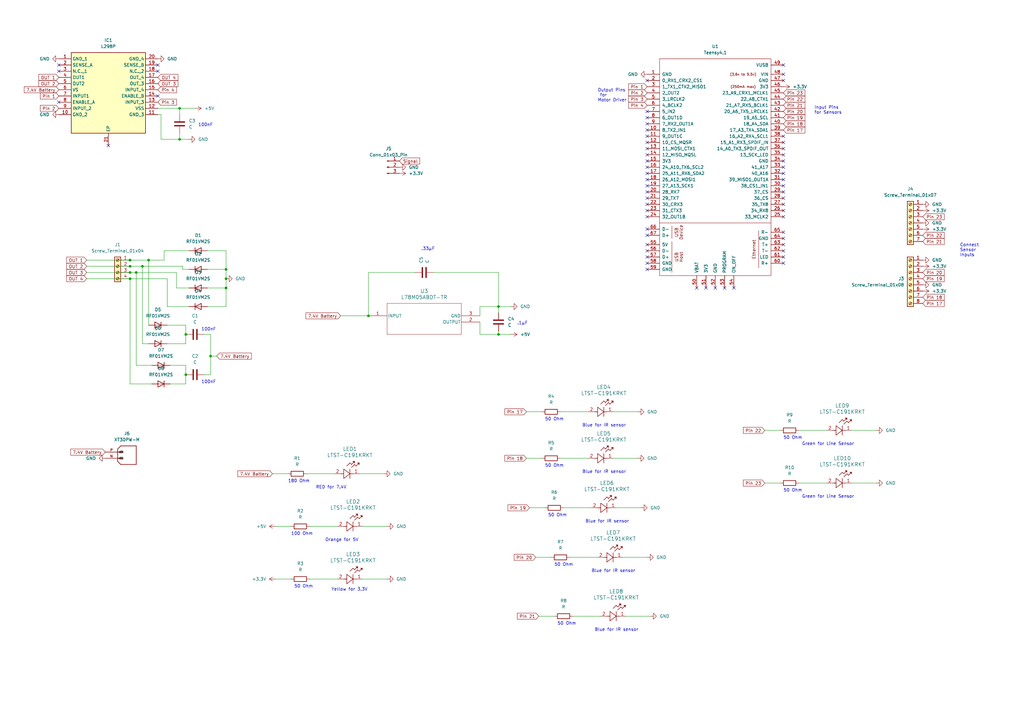
<source format=kicad_sch>
(kicad_sch (version 20230121) (generator eeschema)
  (paper "A3")
  (lib_symbols
    (symbol "Connector:Conn_01x03_Pin" (pin_names (offset 1.016) hide)
      (property "Reference" "J" (at 0 5.08 0))
      (property "Value" "Conn_01x03_Pin" (at 0 -5.08 0))
      (symbol "Conn_01x03_Pin_1_1"
        (pin passive line (at 5.08 2.54 180) (length 3.81) (name "Pin_1") (number "1"))
        (pin passive line (at 5.08 0 180) (length 3.81) (name "Pin_2") (number "2"))
        (pin passive line (at 5.08 -2.54 180) (length 3.81) (name "Pin_3") (number "3"))
      )
    )
    (symbol "Connector:Screw_Terminal_01x04" (pin_names (offset 1.016) hide)
      (property "Reference" "J" (at 0 5.08 0))
      (property "Value" "Screw_Terminal_01x04" (at 0 -7.62 0))
      (symbol "Screw_Terminal_01x04_1_1"
        (pin passive line (at -5.08 2.54 0) (length 3.81) (name "Pin_1") (number "1"))
        (pin passive line (at -5.08 0 0) (length 3.81) (name "Pin_2") (number "2"))
        (pin passive line (at -5.08 -2.54 0) (length 3.81) (name "Pin_3") (number "3"))
        (pin passive line (at -5.08 -5.08 0) (length 3.81) (name "Pin_4") (number "4"))
      )
    )
    (symbol "Connector:Screw_Terminal_01x07" (pin_names (offset 1.016) hide)
      (property "Reference" "J" (at 0 10.16 0))
      (property "Value" "Screw_Terminal_01x07" (at 0 -10.16 0))
      (symbol "Screw_Terminal_01x07_1_1"
        (pin passive line (at -5.08 7.62 0) (length 3.81) (name "Pin_1") (number "1"))
        (pin passive line (at -5.08 5.08 0) (length 3.81) (name "Pin_2") (number "2"))
        (pin passive line (at -5.08 2.54 0) (length 3.81) (name "Pin_3") (number "3"))
        (pin passive line (at -5.08 0 0) (length 3.81) (name "Pin_4") (number "4"))
        (pin passive line (at -5.08 -2.54 0) (length 3.81) (name "Pin_5") (number "5"))
        (pin passive line (at -5.08 -5.08 0) (length 3.81) (name "Pin_6") (number "6"))
        (pin passive line (at -5.08 -7.62 0) (length 3.81) (name "Pin_7") (number "7"))
      )
    )
    (symbol "Connector:Screw_Terminal_01x08" (pin_names (offset 1.016) hide)
      (property "Reference" "J" (at 0 10.16 0))
      (property "Value" "Screw_Terminal_01x08" (at 0 -12.7 0))
      (symbol "Screw_Terminal_01x08_1_1"
        (pin passive line (at -5.08 7.62 0) (length 3.81) (name "Pin_1") (number "1"))
        (pin passive line (at -5.08 5.08 0) (length 3.81) (name "Pin_2") (number "2"))
        (pin passive line (at -5.08 2.54 0) (length 3.81) (name "Pin_3") (number "3"))
        (pin passive line (at -5.08 0 0) (length 3.81) (name "Pin_4") (number "4"))
        (pin passive line (at -5.08 -2.54 0) (length 3.81) (name "Pin_5") (number "5"))
        (pin passive line (at -5.08 -5.08 0) (length 3.81) (name "Pin_6") (number "6"))
        (pin passive line (at -5.08 -7.62 0) (length 3.81) (name "Pin_7") (number "7"))
        (pin passive line (at -5.08 -10.16 0) (length 3.81) (name "Pin_8") (number "8"))
      )
    )
    (symbol "Device:C" (pin_numbers hide) (pin_names (offset 0.254))
      (property "Reference" "C" (at 0.635 2.54 0))
      (property "Value" "C" (at 0.635 -2.54 0))
      (symbol "C_1_1"
        (pin passive line (at 0 3.81 270) (length 2.794) (name "~") (number "1"))
        (pin passive line (at 0 -3.81 90) (length 2.794) (name "~") (number "2"))
      )
    )
    (symbol "Device:R" (pin_numbers hide) (pin_names (offset 0))
      (property "Reference" "R" (at 2.032 0 90))
      (property "Value" "R" (at 0 0 90))
      (symbol "R_1_1"
        (pin passive line (at 0 3.81 270) (length 1.27) (name "~") (number "1"))
        (pin passive line (at 0 -3.81 90) (length 1.27) (name "~") (number "2"))
      )
    )
    (symbol "Diode:RF01VM2S" (pin_numbers hide) (pin_names hide)
      (property "Reference" "D" (at 0 2.54 0))
      (property "Value" "RF01VM2S" (at 0 -2.54 0))
      (symbol "RF01VM2S_1_1"
        (pin passive line (at -3.81 0 0) (length 2.54) (name "K") (number "1"))
        (pin passive line (at 3.81 0 180) (length 2.54) (name "A") (number "2"))
      )
    )
    (symbol "L298P:L298P"
      (property "Reference" "IC" (at 36.83 7.62 0))
      (property "Value" "L298P" (at 36.83 5.08 0))
      (symbol "L298P_1_1"
        (pin passive line (at 0 0 0) (length 5.08) (name "GND_1") (number "1"))
        (pin passive line (at 0 -22.86 0) (length 5.08) (name "GND_2") (number "10"))
        (pin passive line (at 40.64 -22.86 180) (length 5.08) (name "GND_3") (number "11"))
        (pin passive line (at 40.64 -20.32 180) (length 5.08) (name "VSS") (number "12"))
        (pin passive line (at 40.64 -17.78 180) (length 5.08) (name "INPUT_3") (number "13"))
        (pin passive line (at 40.64 -15.24 180) (length 5.08) (name "ENABLE_B") (number "14"))
        (pin passive line (at 40.64 -12.7 180) (length 5.08) (name "INPUT_4") (number "15"))
        (pin passive line (at 40.64 -10.16 180) (length 5.08) (name "OUT_3") (number "16"))
        (pin passive line (at 40.64 -7.62 180) (length 5.08) (name "OUT_4") (number "17"))
        (pin passive line (at 40.64 -5.08 180) (length 5.08) (name "N.C._2") (number "18"))
        (pin passive line (at 40.64 -2.54 180) (length 5.08) (name "SENSE_B") (number "19"))
        (pin passive line (at 0 -2.54 0) (length 5.08) (name "SENSE_A") (number "2"))
        (pin passive line (at 40.64 0 180) (length 5.08) (name "GND_4") (number "20"))
        (pin passive line (at 20.32 -35.56 90) (length 5.08) (name "EP") (number "21"))
        (pin passive line (at 0 -5.08 0) (length 5.08) (name "N.C._1") (number "3"))
        (pin passive line (at 0 -7.62 0) (length 5.08) (name "OUT1") (number "4"))
        (pin passive line (at 0 -10.16 0) (length 5.08) (name "OUT2") (number "5"))
        (pin passive line (at 0 -12.7 0) (length 5.08) (name "VS") (number "6"))
        (pin passive line (at 0 -15.24 0) (length 5.08) (name "INPUT1") (number "7"))
        (pin passive line (at 0 -17.78 0) (length 5.08) (name "ENABLE_A") (number "8"))
        (pin passive line (at 0 -20.32 0) (length 5.08) (name "INPUT_2") (number "9"))
      )
    )
    (symbol "L78M05ABDT-TR:L78M05ABDT-TR" (pin_names (offset 0.254))
      (property "Reference" "U3" (at 22.86 10.16 0))
      (property "Value" "L78M05ABDT-TR" (at 22.86 7.62 0))
      (symbol "L78M05ABDT-TR_0_1"
        (pin input line (at 0 0 0) (length 7.62) (name "INPUT") (number "1"))
        (pin power_out line (at 45.72 0 180) (length 7.62) (name "GND") (number "3"))
      )
      (symbol "L78M05ABDT-TR_1_1"
        (pin power_out line (at 45.72 -2.54 180) (length 7.62) (name "OUTPUT") (number "2"))
      )
    )
    (symbol "LED--:LTST-C191KRKT" (pin_names (offset 0.254))
      (property "Reference" "LED" (at 5.08 -4.445 0))
      (property "Value" "LTST-C191KRKT" (at 5.08 -7.62 0))
      (symbol "LTST-C191KRKT_1_1"
        (pin unspecified line (at 10.16 0 180) (length 2.54) (name "") (number "1"))
        (pin unspecified line (at 0 0 0) (length 2.54) (name "") (number "2"))
      )
      (symbol "LTST-C191KRKT_1_2"
        (pin unspecified line (at 0 10.16 270) (length 2.54) (name "") (number "1"))
        (pin unspecified line (at 0 0 90) (length 2.54) (name "") (number "2"))
      )
    )
    (symbol "XT30PW-M:XT30PW-M" (pin_names (offset 1.016))
      (property "Reference" "J6" (at -3.81 7.62 0))
      (property "Value" "XT30PW-M" (at -3.81 5.08 0))
      (symbol "XT30PW-M_1_0"
        (pin power_out line (at 5.08 -2.54 180) (length 5.08) (name "N") (number "N"))
        (pin power_out line (at 5.08 0 180) (length 5.08) (name "P") (number "P"))
      )
    )
    (symbol "power:+3.3V" (power) (pin_names (offset 0))
      (property "Value" "+3.3V" (at 0 3.556 0))
      (symbol "+3.3V_1_1"
        (pin power_in line (at 0 0 90) (length 0) hide (name "+3.3V") (number "1"))
      )
    )
    (symbol "power:+5V" (power) (pin_names (offset 0))
      (property "Value" "+5V" (at 0 3.556 0))
      (symbol "+5V_1_1"
        (pin power_in line (at 0 0 90) (length 0) hide (name "+5V") (number "1"))
      )
    )
    (symbol "power:GND" (power) (pin_names (offset 0))
      (property "Value" "GND" (at 0 -3.81 0))
      (symbol "GND_1_1"
        (pin power_in line (at 0 0 270) (length 0) hide (name "GND") (number "1"))
      )
    )
    (symbol "teensy:Teensy4.1" (pin_names (offset 1.016))
      (property "Reference" "U" (at 0 64.77 0))
      (property "Value" "Teensy4.1" (at 0 62.23 0))
      (symbol "Teensy4.1_0_0"
        (text "(250mA max)" (at 11.43 49.53 0) (effects (font (size 1.016 1.016))))
        (text "(3.6v to 5.5v)" (at 11.43 54.61 0) (effects (font (size 1.016 1.016))))
        (text "Device" (at -13.97 -10.16 900) (effects (font (size 1.27 1.27))))
        (text "Ethernet" (at 15.875 -17.145 900) (effects (font (size 1.27 1.27))))
        (text "Host" (at -13.97 -20.32 900) (effects (font (size 1.27 1.27))))
        (text "USB" (at -15.875 -20.32 900) (effects (font (size 1.27 1.27))))
        (text "USB" (at -15.875 -10.16 900) (effects (font (size 1.27 1.27))))
        (pin bidirectional line (at -27.94 31.75 0) (length 5.08) (name "8_TX2_IN1") (number "10"))
        (pin bidirectional line (at -27.94 29.21 0) (length 5.08) (name "9_OUT1C") (number "11"))
        (pin bidirectional line (at -27.94 26.67 0) (length 5.08) (name "10_CS_MQSR") (number "12"))
        (pin bidirectional line (at -27.94 24.13 0) (length 5.08) (name "11_MOSI_CTX1") (number "13"))
        (pin bidirectional line (at -27.94 21.59 0) (length 5.08) (name "12_MISO_MQSL") (number "14"))
        (pin power_in line (at -27.94 19.05 0) (length 5.08) (name "3V3") (number "15"))
        (pin bidirectional line (at -27.94 16.51 0) (length 5.08) (name "24_A10_TX6_SCL2") (number "16"))
        (pin bidirectional line (at -27.94 13.97 0) (length 5.08) (name "25_A11_RX6_SDA2") (number "17"))
        (pin bidirectional line (at -27.94 11.43 0) (length 5.08) (name "26_A12_MOSI1") (number "18"))
        (pin bidirectional line (at -27.94 8.89 0) (length 5.08) (name "27_A13_SCK1") (number "19"))
        (pin bidirectional line (at -27.94 6.35 0) (length 5.08) (name "28_RX7") (number "20"))
        (pin bidirectional line (at -27.94 3.81 0) (length 5.08) (name "29_TX7") (number "21"))
        (pin bidirectional line (at -27.94 1.27 0) (length 5.08) (name "30_CRX3") (number "22"))
        (pin bidirectional line (at -27.94 -1.27 0) (length 5.08) (name "31_CTX3") (number "23"))
        (pin bidirectional line (at -27.94 -3.81 0) (length 5.08) (name "32_OUT1B") (number "24"))
        (pin bidirectional line (at 27.94 -3.81 180) (length 5.08) (name "33_MCLK2") (number "25"))
        (pin bidirectional line (at 27.94 -1.27 180) (length 5.08) (name "34_RX8") (number "26"))
        (pin bidirectional line (at 27.94 1.27 180) (length 5.08) (name "35_TX8") (number "27"))
        (pin bidirectional line (at 27.94 3.81 180) (length 5.08) (name "36_CS") (number "28"))
        (pin bidirectional line (at 27.94 6.35 180) (length 5.08) (name "37_CS") (number "29"))
        (pin bidirectional line (at 27.94 8.89 180) (length 5.08) (name "38_CS1_IN1") (number "30"))
        (pin bidirectional line (at 27.94 11.43 180) (length 5.08) (name "39_MISO1_OUT1A") (number "31"))
        (pin bidirectional line (at 27.94 13.97 180) (length 5.08) (name "40_A16") (number "32"))
        (pin bidirectional line (at 27.94 16.51 180) (length 5.08) (name "41_A17") (number "33"))
        (pin bidirectional line (at 27.94 21.59 180) (length 5.08) (name "13_SCK_LED") (number "35"))
        (pin bidirectional line (at 27.94 24.13 180) (length 5.08) (name "14_A0_TX3_SPDIF_OUT") (number "36"))
        (pin bidirectional line (at 27.94 26.67 180) (length 5.08) (name "15_A1_RX3_SPDIF_IN") (number "37"))
        (pin bidirectional line (at 27.94 29.21 180) (length 5.08) (name "16_A2_RX4_SCL1") (number "38"))
        (pin bidirectional line (at 27.94 31.75 180) (length 5.08) (name "17_A3_TX4_SDA1") (number "39"))
        (pin bidirectional line (at 27.94 34.29 180) (length 5.08) (name "18_A4_SDA") (number "40"))
        (pin bidirectional line (at 27.94 36.83 180) (length 5.08) (name "19_A5_SCL") (number "41"))
        (pin bidirectional line (at 27.94 39.37 180) (length 5.08) (name "20_A6_TX5_LRCLK1") (number "42"))
        (pin bidirectional line (at 27.94 41.91 180) (length 5.08) (name "21_A7_RX5_BCLK1") (number "43"))
        (pin bidirectional line (at 27.94 44.45 180) (length 5.08) (name "22_A8_CTX1") (number "44"))
        (pin bidirectional line (at 27.94 46.99 180) (length 5.08) (name "23_A9_CRX1_MCLK1") (number "45"))
        (pin output line (at 27.94 49.53 180) (length 5.08) (name "3V3") (number "46"))
        (pin output line (at 27.94 52.07 180) (length 5.08) (name "GND") (number "47"))
        (pin power_in line (at 27.94 54.61 180) (length 5.08) (name "VIN") (number "48"))
        (pin power_out line (at 27.94 58.42 180) (length 5.08) (name "VUSB") (number "49"))
        (pin bidirectional line (at -27.94 44.45 0) (length 5.08) (name "3_LRCLK2") (number "5"))
        (pin power_in line (at -7.62 -33.02 90) (length 5.08) (name "VBAT") (number "50"))
        (pin power_in line (at -3.81 -33.02 90) (length 5.08) (name "3V3") (number "51"))
        (pin input line (at 0 -33.02 90) (length 5.08) (name "GND") (number "52"))
        (pin input line (at 3.81 -33.02 90) (length 5.08) (name "PROGRAM") (number "53"))
        (pin input line (at 7.62 -33.02 90) (length 5.08) (name "ON_OFF") (number "54"))
        (pin power_out line (at -27.94 -15.24 0) (length 5.08) (name "5V") (number "55"))
        (pin bidirectional line (at -27.94 -17.78 0) (length 5.08) (name "D-") (number "56"))
        (pin bidirectional line (at -27.94 -20.32 0) (length 5.08) (name "D+") (number "57"))
        (pin power_in line (at -27.94 -22.86 0) (length 5.08) (name "GND") (number "58"))
        (pin power_in line (at -27.94 -25.4 0) (length 5.08) (name "GND") (number "59"))
        (pin bidirectional line (at -27.94 41.91 0) (length 5.08) (name "4_BCLK2") (number "6"))
        (pin bidirectional line (at 27.94 -22.86 180) (length 5.08) (name "R+") (number "60"))
        (pin bidirectional line (at 27.94 -20.32 180) (length 5.08) (name "LED") (number "61"))
        (pin bidirectional line (at 27.94 -17.78 180) (length 5.08) (name "T-") (number "62"))
        (pin bidirectional line (at 27.94 -15.24 180) (length 5.08) (name "T+") (number "63"))
        (pin power_in line (at 27.94 -12.7 180) (length 5.08) (name "GND") (number "64"))
        (pin bidirectional line (at 27.94 -10.16 180) (length 5.08) (name "R-") (number "65"))
        (pin bidirectional line (at -27.94 -8.89 0) (length 5.08) (name "D-") (number "66"))
        (pin bidirectional line (at -27.94 -11.43 0) (length 5.08) (name "D+") (number "67"))
        (pin bidirectional line (at -27.94 39.37 0) (length 5.08) (name "5_IN2") (number "7"))
        (pin bidirectional line (at -27.94 36.83 0) (length 5.08) (name "6_OUT1D") (number "8"))
        (pin bidirectional line (at -27.94 34.29 0) (length 5.08) (name "7_RX2_OUT1A") (number "9"))
      )
      (symbol "Teensy4.1_1_1"
        (pin power_in line (at -27.94 54.61 0) (length 5.08) (name "GND") (number "1"))
        (pin bidirectional line (at -27.94 52.07 0) (length 5.08) (name "0_RX1_CRX2_CS1") (number "2"))
        (pin bidirectional line (at -27.94 49.53 0) (length 5.08) (name "1_TX1_CTX2_MISO1") (number "3"))
        (pin power_in line (at 27.94 19.05 180) (length 5.08) (name "GND") (number "34"))
        (pin bidirectional line (at -27.94 46.99 0) (length 5.08) (name "2_OUT2") (number "4"))
      )
    )
  )
  (junction (at 92.71 118.11))
  (junction (at 86.36 146.05))
  (junction (at 73.66 57.15))
  (junction (at 92.71 110.49))
  (junction (at 92.71 114.3))
  (junction (at 53.34 109.22))
  (junction (at 58.42 109.22))
  (junction (at 60.96 106.68))
  (junction (at 151.13 129.54))
  (junction (at 76.2 137.16))
  (junction (at 53.34 111.76))
  (junction (at 53.34 114.3))
  (junction (at 76.2 153.67))
  (junction (at 204.47 137.16))
  (junction (at 204.47 125.73))
  (junction (at 73.66 44.45))
  (junction (at 55.88 111.76))
  (junction (at 53.34 106.68))
  (no_connect (at 300.99 118.11))
  (no_connect (at 265.43 76.2))
  (no_connect (at 321.31 66.04))
  (no_connect (at 321.31 73.66))
  (no_connect (at 265.43 63.5))
  (no_connect (at 321.31 88.9))
  (no_connect (at 265.43 86.36))
  (no_connect (at 321.31 81.28))
  (no_connect (at 64.77 26.67))
  (no_connect (at 321.31 71.12))
  (no_connect (at 321.31 60.96))
  (no_connect (at 265.43 48.26))
  (no_connect (at 44.45 59.69))
  (no_connect (at 321.31 55.88))
  (no_connect (at 265.43 88.9))
  (no_connect (at 321.31 63.5))
  (no_connect (at 265.43 66.04))
  (no_connect (at 321.31 102.87))
  (no_connect (at 293.37 118.11))
  (no_connect (at 265.43 78.74))
  (no_connect (at 321.31 26.67))
  (no_connect (at 321.31 83.82))
  (no_connect (at 321.31 100.33))
  (no_connect (at 265.43 45.72))
  (no_connect (at 265.43 102.87))
  (no_connect (at 265.43 93.98))
  (no_connect (at 321.31 30.48))
  (no_connect (at 321.31 76.2))
  (no_connect (at 265.43 100.33))
  (no_connect (at 265.43 107.95))
  (no_connect (at 321.31 95.25))
  (no_connect (at 321.31 86.36))
  (no_connect (at 265.43 50.8))
  (no_connect (at 64.77 39.37))
  (no_connect (at 289.56 118.11))
  (no_connect (at 321.31 78.74))
  (no_connect (at 265.43 110.49))
  (no_connect (at 265.43 68.58))
  (no_connect (at 265.43 58.42))
  (no_connect (at 321.31 68.58))
  (no_connect (at 321.31 105.41))
  (no_connect (at 265.43 81.28))
  (no_connect (at 24.13 41.91))
  (no_connect (at 265.43 60.96))
  (no_connect (at 265.43 53.34))
  (no_connect (at 265.43 55.88))
  (no_connect (at 321.31 97.79))
  (no_connect (at 64.77 29.21))
  (no_connect (at 24.13 29.21))
  (no_connect (at 265.43 105.41))
  (no_connect (at 297.18 118.11))
  (no_connect (at 321.31 33.02))
  (no_connect (at 321.31 58.42))
  (no_connect (at 265.43 33.02))
  (no_connect (at 265.43 73.66))
  (no_connect (at 285.75 118.11))
  (no_connect (at 265.43 71.12))
  (no_connect (at 24.13 26.67))
  (no_connect (at 265.43 83.82))
  (no_connect (at 265.43 96.52))
  (no_connect (at 321.31 107.95))
  (wire (pts (xy 53.34 157.48) (xy 53.34 114.3)))
  (wire (pts (xy 113.03 237.49) (xy 119.38 237.49)))
  (wire (pts (xy 217.17 208.28) (xy 223.52 208.28)))
  (wire (pts (xy 234.95 252.73) (xy 246.38 252.73)))
  (wire (pts (xy 251.46 168.91) (xy 261.62 168.91)))
  (wire (pts (xy 69.85 149.86) (xy 76.2 149.86)))
  (wire (pts (xy 127 215.9) (xy 138.43 215.9)))
  (wire (pts (xy 55.88 149.86) (xy 55.88 111.76)))
  (wire (pts (xy 53.34 114.3) (xy 68.58 114.3)))
  (wire (pts (xy 148.59 237.49) (xy 158.75 237.49)))
  (wire (pts (xy 74.93 110.49) (xy 77.47 110.49)))
  (wire (pts (xy 62.23 157.48) (xy 53.34 157.48)))
  (wire (pts (xy 86.36 146.05) (xy 88.9 146.05)))
  (wire (pts (xy 68.58 114.3) (xy 68.58 125.73)))
  (wire (pts (xy 139.7 129.54) (xy 151.13 129.54)))
  (wire (pts (xy 74.93 109.22) (xy 74.93 110.49)))
  (wire (pts (xy 55.88 111.76) (xy 72.39 111.76)))
  (wire (pts (xy 73.66 57.15) (xy 66.04 57.15)))
  (wire (pts (xy 85.09 118.11) (xy 92.71 118.11)))
  (wire (pts (xy 77.47 57.15) (xy 73.66 57.15)))
  (wire (pts (xy 231.14 208.28) (xy 242.57 208.28)))
  (wire (pts (xy 219.71 228.6) (xy 226.06 228.6)))
  (wire (pts (xy 204.47 111.76) (xy 204.47 125.73)))
  (wire (pts (xy 349.25 198.12) (xy 359.41 198.12)))
  (wire (pts (xy 35.56 106.68) (xy 53.34 106.68)))
  (wire (pts (xy 252.73 208.28) (xy 262.89 208.28)))
  (wire (pts (xy 62.23 149.86) (xy 55.88 149.86)))
  (wire (pts (xy 53.34 111.76) (xy 55.88 111.76)))
  (wire (pts (xy 92.71 110.49) (xy 92.71 114.3)))
  (wire (pts (xy 73.66 54.61) (xy 73.66 57.15)))
  (wire (pts (xy 85.09 125.73) (xy 92.71 125.73)))
  (wire (pts (xy 83.82 153.67) (xy 86.36 153.67)))
  (wire (pts (xy 73.66 44.45) (xy 73.66 46.99)))
  (wire (pts (xy 170.18 111.76) (xy 151.13 111.76)))
  (wire (pts (xy 86.36 137.16) (xy 86.36 146.05)))
  (wire (pts (xy 58.42 140.97) (xy 58.42 109.22)))
  (wire (pts (xy 209.55 137.16) (xy 204.47 137.16)))
  (wire (pts (xy 147.32 194.31) (xy 157.48 194.31)))
  (wire (pts (xy 113.03 215.9) (xy 119.38 215.9)))
  (wire (pts (xy 86.36 146.05) (xy 86.36 153.67)))
  (wire (pts (xy 73.66 44.45) (xy 64.77 44.45)))
  (wire (pts (xy 68.58 125.73) (xy 77.47 125.73)))
  (wire (pts (xy 60.96 106.68) (xy 67.31 106.68)))
  (wire (pts (xy 233.68 228.6) (xy 245.11 228.6)))
  (wire (pts (xy 68.58 133.35) (xy 76.2 133.35)))
  (wire (pts (xy 76.2 157.48) (xy 76.2 153.67)))
  (wire (pts (xy 204.47 125.73) (xy 196.85 125.73)))
  (wire (pts (xy 58.42 109.22) (xy 74.93 109.22)))
  (wire (pts (xy 209.55 125.73) (xy 204.47 125.73)))
  (wire (pts (xy 111.76 194.31) (xy 118.11 194.31)))
  (wire (pts (xy 127 237.49) (xy 138.43 237.49)))
  (wire (pts (xy 76.2 133.35) (xy 76.2 137.16)))
  (wire (pts (xy 80.01 44.45) (xy 73.66 44.45)))
  (wire (pts (xy 69.85 157.48) (xy 76.2 157.48)))
  (wire (pts (xy 204.47 137.16) (xy 196.85 137.16)))
  (wire (pts (xy 215.9 187.96) (xy 222.25 187.96)))
  (wire (pts (xy 76.2 149.86) (xy 76.2 153.67)))
  (wire (pts (xy 67.31 106.68) (xy 67.31 102.87)))
  (wire (pts (xy 35.56 114.3) (xy 53.34 114.3)))
  (wire (pts (xy 72.39 111.76) (xy 72.39 118.11)))
  (wire (pts (xy 204.47 135.89) (xy 204.47 137.16)))
  (wire (pts (xy 229.87 187.96) (xy 241.3 187.96)))
  (wire (pts (xy 53.34 106.68) (xy 60.96 106.68)))
  (wire (pts (xy 68.58 140.97) (xy 76.2 140.97)))
  (wire (pts (xy 92.71 125.73) (xy 92.71 118.11)))
  (wire (pts (xy 83.82 137.16) (xy 86.36 137.16)))
  (wire (pts (xy 255.27 228.6) (xy 265.43 228.6)))
  (wire (pts (xy 92.71 102.87) (xy 92.71 110.49)))
  (wire (pts (xy 151.13 111.76) (xy 151.13 129.54)))
  (wire (pts (xy 327.66 176.53) (xy 339.09 176.53)))
  (wire (pts (xy 148.59 215.9) (xy 158.75 215.9)))
  (wire (pts (xy 256.54 252.73) (xy 266.7 252.73)))
  (wire (pts (xy 67.31 102.87) (xy 77.47 102.87)))
  (wire (pts (xy 220.98 252.73) (xy 227.33 252.73)))
  (wire (pts (xy 66.04 57.15) (xy 66.04 46.99)))
  (wire (pts (xy 60.96 140.97) (xy 58.42 140.97)))
  (wire (pts (xy 60.96 106.68) (xy 60.96 133.35)))
  (wire (pts (xy 204.47 125.73) (xy 204.47 128.27)))
  (wire (pts (xy 53.34 109.22) (xy 58.42 109.22)))
  (wire (pts (xy 313.69 176.53) (xy 320.04 176.53)))
  (wire (pts (xy 196.85 137.16) (xy 196.85 132.08)))
  (wire (pts (xy 327.66 198.12) (xy 339.09 198.12)))
  (wire (pts (xy 35.56 109.22) (xy 53.34 109.22)))
  (wire (pts (xy 92.71 118.11) (xy 92.71 114.3)))
  (wire (pts (xy 215.9 168.91) (xy 222.25 168.91)))
  (wire (pts (xy 177.8 111.76) (xy 204.47 111.76)))
  (wire (pts (xy 125.73 194.31) (xy 137.16 194.31)))
  (wire (pts (xy 229.87 168.91) (xy 241.3 168.91)))
  (wire (pts (xy 35.56 111.76) (xy 53.34 111.76)))
  (wire (pts (xy 85.09 110.49) (xy 92.71 110.49)))
  (wire (pts (xy 349.25 176.53) (xy 359.41 176.53)))
  (wire (pts (xy 313.69 198.12) (xy 320.04 198.12)))
  (wire (pts (xy 72.39 118.11) (xy 77.47 118.11)))
  (wire (pts (xy 251.46 187.96) (xy 261.62 187.96)))
  (wire (pts (xy 196.85 125.73) (xy 196.85 129.54)))
  (wire (pts (xy 66.04 46.99) (xy 64.77 46.99)))
  (wire (pts (xy 76.2 140.97) (xy 76.2 137.16)))
  (wire (pts (xy 85.09 102.87) (xy 92.71 102.87)))
  (text "Blue for IR sensor" (at 243.84 259.08 0) (effects (font (size 1.27 1.27)) (justify left bottom)))
  (text "100nF" (at 82.55 135.89 0) (effects (font (size 1.27 1.27)) (justify left bottom)))
  (text "Blue for IR sensor" (at 238.76 194.31 0) (effects (font (size 1.27 1.27)) (justify left bottom)))
  (text "50 Ohm" (at 321.31 180.34 0) (effects (font (size 1.27 1.27)) (justify left bottom)))
  (text "Green for Line Sensor" (at 328.93 204.47 0) (effects (font (size 1.27 1.27)) (justify left bottom)))
  (text "Output Pins\n for \nMotor Driver" (at 245.11 41.91 0) (effects (font (size 1.27 1.27)) (justify left bottom)))
  (text "50 Ohm" (at 120.65 241.3 0) (effects (font (size 1.27 1.27)) (justify left bottom)))
  (text "100nF" (at 82.55 157.48 0) (effects (font (size 1.27 1.27)) (justify left bottom)))
  (text "50 Ohm" (at 321.31 201.93 0) (effects (font (size 1.27 1.27)) (justify left bottom)))
  (text "Blue for IR sensor" (at 240.03 214.63 0) (effects (font (size 1.27 1.27)) (justify left bottom)))
  (text "50 Ohm" (at 228.6 256.54 0) (effects (font (size 1.27 1.27)) (justify left bottom)))
  (text "100 Ohm" (at 119.38 219.71 0) (effects (font (size 1.27 1.27)) (justify left bottom)))
  (text "100nF" (at 81.28 52.07 0) (effects (font (size 1.27 1.27)) (justify left bottom)))
  (text "50 Ohm" (at 227.33 232.41 0) (effects (font (size 1.27 1.27)) (justify left bottom)))
  (text "Yellow for 3.3V" (at 135.89 242.57 0) (effects (font (size 1.27 1.27)) (justify left bottom)))
  (text "Orange for 5V" (at 133.35 222.25 0) (effects (font (size 1.27 1.27)) (justify left bottom)))
  (text "Blue for IR sensor" (at 242.57 234.95 0) (effects (font (size 1.27 1.27)) (justify left bottom)))
  (text ".1µF" (at 212.09 133.35 0) (effects (font (size 1.27 1.27)) (justify left bottom)))
  (text "Input Pins \nfor Sensors" (at 334.01 46.99 0) (effects (font (size 1.27 1.27)) (justify left bottom)))
  (text ".33µF" (at 172.72 102.87 0) (effects (font (size 1.27 1.27)) (justify left bottom)))
  (text "180 Ohm" (at 118.11 198.12 0) (effects (font (size 1.27 1.27)) (justify left bottom)))
  (text "Blue for IR sensor" (at 238.76 175.26 0) (effects (font (size 1.27 1.27)) (justify left bottom)))
  (text "Connect \nSensor \nInputs" (at 393.7 105.41 0) (effects (font (size 1.27 1.27)) (justify left bottom)))
  (text "50 Ohm" (at 223.52 172.72 0) (effects (font (size 1.27 1.27)) (justify left bottom)))
  (text "50 Ohm" (at 224.79 212.09 0) (effects (font (size 1.27 1.27)) (justify left bottom)))
  (text "Green for Line Sensor" (at 328.93 182.88 0) (effects (font (size 1.27 1.27)) (justify left bottom)))
  (text "RED for 7.4V" (at 129.54 200.66 0) (effects (font (size 1.27 1.27)) (justify left bottom)))
  (text "50 Ohm" (at 223.52 191.77 0) (effects (font (size 1.27 1.27)) (justify left bottom)))
  (global_label "OUT 4" (shape input) (at 64.77 31.75 0) (property "Intersheetrefs" "${INTERSHEET_REFS}" (effects hide)))
  (global_label "Pin 18" (shape input) (at 321.31 50.8 0) (property "Intersheetrefs" "${INTERSHEET_REFS}" (effects hide)))
  (global_label "OUT 3" (shape input) (at 64.77 34.29 0) (property "Intersheetrefs" "${INTERSHEET_REFS}" (effects hide)))
  (global_label "OUT 4" (shape input) (at 35.56 114.3 180) (property "Intersheetrefs" "${INTERSHEET_REFS}" (effects hide)))
  (global_label "7.4V Battery" (shape input) (at 24.13 36.83 180) (property "Intersheetrefs" "${INTERSHEET_REFS}" (effects hide)))
  (global_label "Pin 17" (shape input) (at 378.46 124.46 0) (property "Intersheetrefs" "${INTERSHEET_REFS}" (effects hide)))
  (global_label "Pin 20" (shape input) (at 378.46 111.76 0) (property "Intersheetrefs" "${INTERSHEET_REFS}" (effects hide)))
  (global_label "Pin 4" (shape input) (at 265.43 43.18 180) (property "Intersheetrefs" "${INTERSHEET_REFS}" (effects hide)))
  (global_label "Pin 22" (shape input) (at 313.69 176.53 180) (property "Intersheetrefs" "${INTERSHEET_REFS}" (effects hide)))
  (global_label "Pin 21" (shape input) (at 321.31 43.18 0) (property "Intersheetrefs" "${INTERSHEET_REFS}" (effects hide)))
  (global_label "Pin 19" (shape input) (at 378.46 114.3 0) (property "Intersheetrefs" "${INTERSHEET_REFS}" (effects hide)))
  (global_label "7.4V Battery" (shape input) (at 88.9 146.05 0) (property "Intersheetrefs" "${INTERSHEET_REFS}" (effects hide)))
  (global_label "Pin 18" (shape input) (at 378.46 121.92 0) (property "Intersheetrefs" "${INTERSHEET_REFS}" (effects hide)))
  (global_label "OUT 2" (shape input) (at 35.56 109.22 180) (property "Intersheetrefs" "${INTERSHEET_REFS}" (effects hide)))
  (global_label "Pin 21" (shape input) (at 378.46 99.06 0) (property "Intersheetrefs" "${INTERSHEET_REFS}" (effects hide)))
  (global_label "Pin 19" (shape input) (at 217.17 208.28 180) (property "Intersheetrefs" "${INTERSHEET_REFS}" (effects hide)))
  (global_label "OUT 1" (shape input) (at 35.56 106.68 180) (property "Intersheetrefs" "${INTERSHEET_REFS}" (effects hide)))
  (global_label "OUT 2" (shape input) (at 24.13 34.29 180) (property "Intersheetrefs" "${INTERSHEET_REFS}" (effects hide)))
  (global_label "7.4V Battery" (shape input) (at 111.76 194.31 180) (property "Intersheetrefs" "${INTERSHEET_REFS}" (effects hide)))
  (global_label "Pin 23" (shape input) (at 321.31 38.1 0) (property "Intersheetrefs" "${INTERSHEET_REFS}" (effects hide)))
  (global_label "Pin 17" (shape input) (at 321.31 53.34 0) (property "Intersheetrefs" "${INTERSHEET_REFS}" (effects hide)))
  (global_label "Pin 22" (shape input) (at 321.31 40.64 0) (property "Intersheetrefs" "${INTERSHEET_REFS}" (effects hide)))
  (global_label "Pin 3" (shape input) (at 265.43 40.64 180) (property "Intersheetrefs" "${INTERSHEET_REFS}" (effects hide)))
  (global_label "Pin 23" (shape input) (at 378.46 88.9 0) (property "Intersheetrefs" "${INTERSHEET_REFS}" (effects hide)))
  (global_label "7.4V Battery" (shape input) (at 139.7 129.54 180) (property "Intersheetrefs" "${INTERSHEET_REFS}" (effects hide)))
  (global_label "Pin 23" (shape input) (at 313.69 198.12 180) (property "Intersheetrefs" "${INTERSHEET_REFS}" (effects hide)))
  (global_label "OUT 3" (shape input) (at 35.56 111.76 180) (property "Intersheetrefs" "${INTERSHEET_REFS}" (effects hide)))
  (global_label "Pin 2" (shape input) (at 265.43 38.1 180) (property "Intersheetrefs" "${INTERSHEET_REFS}" (effects hide)))
  (global_label "Pin 1" (shape input) (at 265.43 35.56 180) (property "Intersheetrefs" "${INTERSHEET_REFS}" (effects hide)))
  (global_label "Pin 4" (shape input) (at 64.77 36.83 0) (property "Intersheetrefs" "${INTERSHEET_REFS}" (effects hide)))
  (global_label "Pin 20" (shape input) (at 321.31 45.72 0) (property "Intersheetrefs" "${INTERSHEET_REFS}" (effects hide)))
  (global_label "Pin 17" (shape input) (at 215.9 168.91 180) (property "Intersheetrefs" "${INTERSHEET_REFS}" (effects hide)))
  (global_label "Signal" (shape input) (at 163.83 66.04 0) (property "Intersheetrefs" "${INTERSHEET_REFS}" (effects hide)))
  (global_label "Pin 20" (shape input) (at 219.71 228.6 180) (property "Intersheetrefs" "${INTERSHEET_REFS}" (effects hide)))
  (global_label "Pin 18" (shape input) (at 215.9 187.96 180) (property "Intersheetrefs" "${INTERSHEET_REFS}" (effects hide)))
  (global_label "Pin 19" (shape input) (at 321.31 48.26 0) (property "Intersheetrefs" "${INTERSHEET_REFS}" (effects hide)))
  (global_label "Pin 3" (shape input) (at 64.77 41.91 0) (property "Intersheetrefs" "${INTERSHEET_REFS}" (effects hide)))
  (global_label "7.4V Battery" (shape input) (at 43.18 185.42 180) (property "Intersheetrefs" "${INTERSHEET_REFS}" (effects hide)))
  (global_label "Pin 21" (shape input) (at 220.98 252.73 180) (property "Intersheetrefs" "${INTERSHEET_REFS}" (effects hide)))
  (global_label "Pin 22" (shape input) (at 378.46 96.52 0) (property "Intersheetrefs" "${INTERSHEET_REFS}" (effects hide)))
  (global_label "Pin 1" (shape input) (at 24.13 39.37 180) (property "Intersheetrefs" "${INTERSHEET_REFS}" (effects hide)))
  (global_label "OUT 1" (shape input) (at 24.13 31.75 180) (property "Intersheetrefs" "${INTERSHEET_REFS}" (effects hide)))
  (global_label "Pin 2" (shape input) (at 24.13 44.45 180) (property "Intersheetrefs" "${INTERSHEET_REFS}" (effects hide)))
  (symbol (lib_id "power:GND") (at 24.13 46.99 270) (unit 1)
    (property "Reference" "#PWR05" (effects hide))
    (property "Value" "GND" (at 20.32 46.99 90) (effects (justify right)))
  )
  (symbol (lib_id "Device:R") (at 323.85 198.12 270) (unit 1)
    (property "Reference" "R10" (at 323.85 191.77 90))
    (property "Value" "R" (at 323.85 194.31 90))
  )
  (symbol (lib_id "LED--:LTST-C191KRKT") (at 242.57 208.28 0) (unit 1)
    (property "Reference" "LED6" (at 248.92 198.12 0) (effects (font (size 1.524 1.524))))
    (property "Value" "LTST-C191KRKT" (at 248.92 200.66 0) (effects (font (size 1.524 1.524))))
    (property "Footprint" "LED_LTST-C191KRKT_LTO" (effects hide))
    (property "Datasheet" "LTST-C191KRKT" (effects hide))
  )
  (symbol (lib_id "Device:C") (at 80.01 137.16 90) (unit 1)
    (property "Reference" "C1" (at 80.01 129.54 90))
    (property "Value" "C" (at 80.01 132.08 90))
  )
  (symbol (lib_id "Device:R") (at 226.06 187.96 270) (unit 1)
    (property "Reference" "R5" (at 226.06 181.61 90))
    (property "Value" "R" (at 226.06 184.15 90))
  )
  (symbol (lib_id "power:GND") (at 359.41 198.12 90) (unit 1)
    (property "Reference" "#PWR033" (effects hide))
    (property "Value" "GND" (at 363.22 198.12 90) (effects (justify right)))
  )
  (symbol (lib_id "power:GND") (at 158.75 237.49 90) (unit 1)
    (property "Reference" "#PWR025" (effects hide))
    (property "Value" "GND" (at 162.56 237.49 90) (effects (justify right)))
  )
  (symbol (lib_id "Diode:RF01VM2S") (at 66.04 157.48 0) (mirror y) (unit 1)
    (property "Reference" "D8" (at 66.04 151.13 0))
    (property "Value" "RF01VM2S" (at 66.04 153.67 0))
    (property "Footprint" "Diode_SMD:D_SOD-323" (effects hide))
    (property "Datasheet" "https://fscdn.rohm.com/en/products/databook/datasheet/discrete/diode/fast_recovery/rf01vm2s.pdf" (effects hide))
    (property "Sim.Device" "D" (effects hide))
    (property "Sim.Pins" "1=K 2=A" (effects hide))
  )
  (symbol (lib_id "Diode:RF01VM2S") (at 64.77 133.35 0) (mirror y) (unit 1)
    (property "Reference" "D5" (at 64.77 127 0))
    (property "Value" "RF01VM2S" (at 64.77 129.54 0))
    (property "Footprint" "Diode_SMD:D_SOD-323" (effects hide))
    (property "Datasheet" "https://fscdn.rohm.com/en/products/databook/datasheet/discrete/diode/fast_recovery/rf01vm2s.pdf" (effects hide))
    (property "Sim.Device" "D" (effects hide))
    (property "Sim.Pins" "1=K 2=A" (effects hide))
  )
  (symbol (lib_id "Device:R") (at 227.33 208.28 270) (unit 1)
    (property "Reference" "R6" (at 227.33 201.93 90))
    (property "Value" "R" (at 227.33 204.47 90))
  )
  (symbol (lib_id "power:GND") (at 261.62 187.96 90) (unit 1)
    (property "Reference" "#PWR027" (effects hide))
    (property "Value" "GND" (at 265.43 187.96 90) (effects (justify right)))
  )
  (symbol (lib_id "power:+3.3V") (at 378.46 119.38 270) (unit 1)
    (property "Reference" "#PWR013" (effects hide))
    (property "Value" "+3.3V" (at 382.27 119.38 90) (effects (justify left)))
  )
  (symbol (lib_id "teensy:Teensy4.1") (at 293.37 85.09 0) (unit 1)
    (property "Reference" "U1" (at 293.37 19.05 0))
    (property "Value" "Teensy4.1" (at 293.37 21.59 0))
    (property "Footprint" "RW_Wasabi:Teensy41" (effects hide))
  )
  (symbol (lib_id "Device:R") (at 226.06 168.91 270) (unit 1)
    (property "Reference" "R4" (at 226.06 162.56 90))
    (property "Value" "R" (at 226.06 165.1 90))
  )
  (symbol (lib_id "Diode:RF01VM2S") (at 81.28 110.49 0) (unit 1)
    (property "Reference" "D2" (at 81.28 104.14 0))
    (property "Value" "RF01VM2S" (at 81.28 106.68 0))
    (property "Footprint" "Diode_SMD:D_SOD-323" (effects hide))
    (property "Datasheet" "https://fscdn.rohm.com/en/products/databook/datasheet/discrete/diode/fast_recovery/rf01vm2s.pdf" (effects hide))
    (property "Sim.Device" "D" (effects hide))
    (property "Sim.Pins" "1=K 2=A" (effects hide))
  )
  (symbol (lib_id "power:GND") (at 359.41 176.53 90) (unit 1)
    (property "Reference" "#PWR032" (effects hide))
    (property "Value" "GND" (at 363.22 176.53 90) (effects (justify right)))
  )
  (symbol (lib_id "power:GND") (at 157.48 194.31 90) (unit 1)
    (property "Reference" "#PWR022" (effects hide))
    (property "Value" "GND" (at 161.29 194.31 90) (effects (justify right)))
  )
  (symbol (lib_id "Device:R") (at 323.85 176.53 270) (unit 1)
    (property "Reference" "R9" (at 323.85 170.18 90))
    (property "Value" "R" (at 323.85 172.72 90))
  )
  (symbol (lib_id "power:+3.3V") (at 321.31 35.56 270) (unit 1)
    (property "Reference" "#PWR017" (effects hide))
    (property "Value" "+3.3V" (at 325.12 35.56 90) (effects (justify left)))
  )
  (symbol (lib_id "power:+3.3V") (at 378.46 86.36 270) (unit 1)
    (property "Reference" "#PWR020" (effects hide))
    (property "Value" "+3.3V" (at 382.27 86.36 90) (effects (justify left)))
  )
  (symbol (lib_id "Connector:Screw_Terminal_01x07") (at 373.38 91.44 0) (mirror y) (unit 1)
    (property "Reference" "J4" (at 373.38 77.47 0))
    (property "Value" "Screw_Terminal_01x07" (at 373.38 80.01 0))
  )
  (symbol (lib_id "power:GND") (at 64.77 24.13 90) (unit 1)
    (property "Reference" "#PWR02" (effects hide))
    (property "Value" "GND" (at 68.58 24.13 90) (effects (justify right)))
  )
  (symbol (lib_id "power:+5V") (at 209.55 137.16 270) (unit 1)
    (property "Reference" "#PWR011" (effects hide))
    (property "Value" "+5V" (at 213.36 137.16 90) (effects (justify left)))
  )
  (symbol (lib_id "Device:C") (at 173.99 111.76 90) (unit 1)
    (property "Reference" "C5" (at 172.72 107.95 0) (effects (justify left)))
    (property "Value" "C" (at 175.26 107.95 0) (effects (justify left)))
  )
  (symbol (lib_id "L298P:L298P") (at 24.13 24.13 0) (unit 1)
    (property "Reference" "IC1" (at 44.45 16.51 0))
    (property "Value" "L298P" (at 44.45 19.05 0))
    (property "Footprint" "RW_Wasabi:L298P" (effects hide))
    (property "Datasheet" "https://datasheet.datasheetarchive.com/originals/distributors/Datasheets-32/DSA-634400.pdf" (effects hide))
    (property "Height" "3.6" (effects hide))
    (property "Mouser Part Number" "511-L298P" (effects hide))
    (property "Mouser Price/Stock" "https://www.mouser.co.uk/ProductDetail/STMicroelectronics/L298P?qs=lDh9v96ogBZNJERYYNX11w%3D%3D" (effects hide))
    (property "Manufacturer_Name" "STMicroelectronics" (effects hide))
    (property "Manufacturer_Part_Number" "L298P" (effects hide))
  )
  (symbol (lib_id "LED--:LTST-C191KRKT") (at 241.3 187.96 0) (unit 1)
    (property "Reference" "LED5" (at 247.65 177.8 0) (effects (font (size 1.524 1.524))))
    (property "Value" "LTST-C191KRKT" (at 247.65 180.34 0) (effects (font (size 1.524 1.524))))
    (property "Footprint" "LED_LTST-C191KRKT_LTO" (effects hide))
    (property "Datasheet" "LTST-C191KRKT" (effects hide))
  )
  (symbol (lib_id "Device:R") (at 123.19 237.49 270) (unit 1)
    (property "Reference" "R3" (at 123.19 231.14 90))
    (property "Value" "R" (at 123.19 233.68 90))
  )
  (symbol (lib_id "power:+3.3V") (at 378.46 109.22 270) (unit 1)
    (property "Reference" "#PWR015" (effects hide))
    (property "Value" "+3.3V" (at 382.27 109.22 90) (effects (justify left)))
  )
  (symbol (lib_id "LED--:LTST-C191KRKT") (at 245.11 228.6 0) (unit 1)
    (property "Reference" "LED7" (at 251.46 218.44 0) (effects (font (size 1.524 1.524))))
    (property "Value" "LTST-C191KRKT" (at 251.46 220.98 0) (effects (font (size 1.524 1.524))))
    (property "Footprint" "LED_LTST-C191KRKT_LTO" (effects hide))
    (property "Datasheet" "LTST-C191KRKT" (effects hide))
  )
  (symbol (lib_id "power:GND") (at 261.62 168.91 90) (unit 1)
    (property "Reference" "#PWR028" (effects hide))
    (property "Value" "GND" (at 265.43 168.91 90) (effects (justify right)))
  )
  (symbol (lib_id "LED--:LTST-C191KRKT") (at 246.38 252.73 0) (unit 1)
    (property "Reference" "LED8" (at 252.73 242.57 0) (effects (font (size 1.524 1.524))))
    (property "Value" "LTST-C191KRKT" (at 252.73 245.11 0) (effects (font (size 1.524 1.524))))
    (property "Footprint" "LED_LTST-C191KRKT_LTO" (effects hide))
    (property "Datasheet" "LTST-C191KRKT" (effects hide))
  )
  (symbol (lib_id "Connector:Conn_01x03_Pin") (at 158.75 68.58 0) (unit 1)
    (property "Reference" "J5" (at 159.385 60.96 0))
    (property "Value" "Conn_01x03_Pin" (at 159.385 63.5 0))
    (property "Footprint" "Connector:FanPinHeader_1x03_P2.54mm_Vertical" (effects hide))
  )
  (symbol (lib_id "power:GND") (at 265.43 30.48 270) (unit 1)
    (property "Reference" "#PWR01" (effects hide))
    (property "Value" "GND" (at 261.62 30.48 90) (effects (justify right)))
  )
  (symbol (lib_id "Device:R") (at 231.14 252.73 270) (unit 1)
    (property "Reference" "R8" (at 231.14 246.38 90))
    (property "Value" "R" (at 231.14 248.92 90))
  )
  (symbol (lib_id "LED--:LTST-C191KRKT") (at 339.09 198.12 0) (unit 1)
    (property "Reference" "LED10" (at 345.44 187.96 0) (effects (font (size 1.524 1.524))))
    (property "Value" "LTST-C191KRKT" (at 345.44 190.5 0) (effects (font (size 1.524 1.524))))
    (property "Footprint" "LED_LTST-C191KRKT_LTO" (effects hide))
    (property "Datasheet" "LTST-C191KRKT" (effects hide))
  )
  (symbol (lib_id "power:+3.3V") (at 163.83 71.12 270) (unit 1)
    (property "Reference" "#PWR021" (effects hide))
    (property "Value" "+3.3V" (at 167.64 71.12 90) (effects (justify left)))
  )
  (symbol (lib_id "L78M05ABDT-TR:L78M05ABDT-TR") (at 151.13 129.54 0) (unit 1)
    (property "Reference" "U3" (at 173.99 119.38 0) (effects (font (size 1.524 1.524))))
    (property "Value" "L78M05ABDT-TR" (at 173.99 121.92 0) (effects (font (size 1.524 1.524))))
    (property "Footprint" "DPAK_STM" (effects hide))
    (property "Datasheet" "L78M05ABDT-TR" (effects hide))
  )
  (symbol (lib_id "power:GND") (at 266.7 252.73 90) (unit 1)
    (property "Reference" "#PWR031" (effects hide))
    (property "Value" "GND" (at 270.51 252.73 90) (effects (justify right)))
  )
  (symbol (lib_id "power:+3.3V") (at 378.46 93.98 270) (unit 1)
    (property "Reference" "#PWR018" (effects hide))
    (property "Value" "+3.3V" (at 382.27 93.98 90) (effects (justify left)))
  )
  (symbol (lib_id "Diode:RF01VM2S") (at 81.28 118.11 0) (unit 1)
    (property "Reference" "D3" (at 81.28 111.76 0))
    (property "Value" "RF01VM2S" (at 81.28 114.3 0))
    (property "Footprint" "Diode_SMD:D_SOD-323" (effects hide))
    (property "Datasheet" "https://fscdn.rohm.com/en/products/databook/datasheet/discrete/diode/fast_recovery/rf01vm2s.pdf" (effects hide))
    (property "Sim.Device" "D" (effects hide))
    (property "Sim.Pins" "1=K 2=A" (effects hide))
  )
  (symbol (lib_id "Connector:Screw_Terminal_01x04") (at 48.26 109.22 0) (mirror y) (unit 1)
    (property "Reference" "J1" (at 48.26 100.33 0))
    (property "Value" "Screw_Terminal_01x04" (at 48.26 102.87 0))
  )
  (symbol (lib_id "power:GND") (at 265.43 228.6 90) (unit 1)
    (property "Reference" "#PWR030" (effects hide))
    (property "Value" "GND" (at 269.24 228.6 90) (effects (justify right)))
  )
  (symbol (lib_id "Diode:RF01VM2S") (at 81.28 102.87 0) (unit 1)
    (property "Reference" "D1" (at 81.28 96.52 0))
    (property "Value" "RF01VM2S" (at 81.28 99.06 0))
    (property "Footprint" "Diode_SMD:D_SOD-323" (effects hide))
    (property "Datasheet" "https://fscdn.rohm.com/en/products/databook/datasheet/discrete/diode/fast_recovery/rf01vm2s.pdf" (effects hide))
    (property "Sim.Device" "D" (effects hide))
    (property "Sim.Pins" "1=K 2=A" (effects hide))
  )
  (symbol (lib_id "power:GND") (at 158.75 215.9 90) (unit 1)
    (property "Reference" "#PWR023" (effects hide))
    (property "Value" "GND" (at 162.56 215.9 90) (effects (justify right)))
  )
  (symbol (lib_id "Diode:RF01VM2S") (at 81.28 125.73 0) (unit 1)
    (property "Reference" "D4" (at 81.28 119.38 0))
    (property "Value" "RF01VM2S" (at 81.28 121.92 0))
    (property "Footprint" "Diode_SMD:D_SOD-323" (effects hide))
    (property "Datasheet" "https://fscdn.rohm.com/en/products/databook/datasheet/discrete/diode/fast_recovery/rf01vm2s.pdf" (effects hide))
    (property "Sim.Device" "D" (effects hide))
    (property "Sim.Pins" "1=K 2=A" (effects hide))
  )
  (symbol (lib_id "LED--:LTST-C191KRKT") (at 241.3 168.91 0) (unit 1)
    (property "Reference" "LED4" (at 247.65 158.75 0) (effects (font (size 1.524 1.524))))
    (property "Value" "LTST-C191KRKT" (at 247.65 161.29 0) (effects (font (size 1.524 1.524))))
    (property "Footprint" "LED_LTST-C191KRKT_LTO" (effects hide))
    (property "Datasheet" "LTST-C191KRKT" (effects hide))
  )
  (symbol (lib_id "power:+5V") (at 80.01 44.45 270) (mirror x) (unit 1)
    (property "Reference" "#PWR08" (effects hide))
    (property "Value" "+5V" (at 83.82 44.45 90) (effects (justify left)))
  )
  (symbol (lib_id "power:GND") (at 378.46 116.84 90) (unit 1)
    (property "Reference" "#PWR012" (effects hide))
    (property "Value" "GND" (at 382.27 116.84 90) (effects (justify right)))
  )
  (symbol (lib_id "XT30PW-M:XT30PW-M") (at 48.26 185.42 0) (mirror y) (unit 1)
    (property "Reference" "J6" (at 52.07 177.8 0))
    (property "Value" "XT30PW-M" (at 52.07 180.34 0))
    (property "Footprint" "XT30PW-M:AMASS_XT30PW-M" (effects hide))
    (property "MF" "AMASS" (effects hide))
    (property "MAXIMUM_PACKAGE_HEIGHT" "5 mm" (effects hide))
    (property "Package" "None" (effects hide))
    (property "Price" "None" (effects hide))
    (property "Check_prices" "https://www.snapeda.com/parts/XT30PW-M/AMASS/view-part/?ref=eda" (effects hide))
    (property "STANDARD" "Manufacturer Recommendations" (effects hide))
    (property "PARTREV" "1.2" (effects hide))
    (property "SnapEDA_Link" "https://www.snapeda.com/parts/XT30PW-M/AMASS/view-part/?ref=snap" (effects hide))
    (property "MP" "XT30PW-M" (effects hide))
    (property "Description" "\nSocket; DC supply; XT30; male; PIN: 2; on PCBs; THT; Colour: yellow\n" (effects hide))
    (property "MANUFACTURER" "Amass" (effects hide))
    (property "Availability" "Not in stock" (effects hide))
    (property "SNAPEDA_PN" "XT30PW-M" (effects hide))
  )
  (symbol (lib_id "Device:R") (at 229.87 228.6 270) (unit 1)
    (property "Reference" "R7" (at 229.87 222.25 90))
    (property "Value" "R" (at 229.87 224.79 90))
  )
  (symbol (lib_id "Connector:Screw_Terminal_01x08") (at 373.38 114.3 0) (mirror y) (unit 1)
    (property "Reference" "J3" (at 370.84 114.3 0) (effects (justify left)))
    (property "Value" "Screw_Terminal_01x08" (at 370.84 116.84 0) (effects (justify left)))
  )
  (symbol (lib_id "power:GND") (at 43.18 187.96 270) (unit 1)
    (property "Reference" "#PWR09" (effects hide))
    (property "Value" "GND" (at 39.37 187.96 90) (effects (justify right)))
  )
  (symbol (lib_id "LED--:LTST-C191KRKT") (at 339.09 176.53 0) (unit 1)
    (property "Reference" "LED9" (at 345.44 166.37 0) (effects (font (size 1.524 1.524))))
    (property "Value" "LTST-C191KRKT" (at 345.44 168.91 0) (effects (font (size 1.524 1.524))))
    (property "Footprint" "LED_LTST-C191KRKT_LTO" (effects hide))
    (property "Datasheet" "LTST-C191KRKT" (effects hide))
  )
  (symbol (lib_id "Device:C") (at 204.47 132.08 0) (unit 1)
    (property "Reference" "C4" (at 208.28 130.81 0) (effects (justify left)))
    (property "Value" "C" (at 208.28 133.35 0) (effects (justify left)))
  )
  (symbol (lib_id "LED--:LTST-C191KRKT") (at 138.43 237.49 0) (unit 1)
    (property "Reference" "LED3" (at 144.78 227.33 0) (effects (font (size 1.524 1.524))))
    (property "Value" "LTST-C191KRKT" (at 144.78 229.87 0) (effects (font (size 1.524 1.524))))
    (property "Footprint" "LED_LTST-C191KRKT_LTO" (effects hide))
    (property "Datasheet" "LTST-C191KRKT" (effects hide))
  )
  (symbol (lib_id "LED--:LTST-C191KRKT") (at 137.16 194.31 0) (unit 1)
    (property "Reference" "LED1" (at 143.51 184.15 0) (effects (font (size 1.524 1.524))))
    (property "Value" "LTST-C191KRKT" (at 143.51 186.69 0) (effects (font (size 1.524 1.524))))
    (property "Footprint" "LED_LTST-C191KRKT_LTO" (effects hide))
    (property "Datasheet" "LTST-C191KRKT" (effects hide))
  )
  (symbol (lib_id "power:GND") (at 378.46 91.44 90) (unit 1)
    (property "Reference" "#PWR016" (effects hide))
    (property "Value" "GND" (at 382.27 91.44 90) (effects (justify right)))
  )
  (symbol (lib_id "power:GND") (at 378.46 83.82 90) (unit 1)
    (property "Reference" "#PWR019" (effects hide))
    (property "Value" "GND" (at 382.27 83.82 90) (effects (justify right)))
  )
  (symbol (lib_id "Device:C") (at 80.01 153.67 90) (unit 1)
    (property "Reference" "C2" (at 80.01 146.05 90))
    (property "Value" "C" (at 80.01 148.59 90))
  )
  (symbol (lib_id "power:GND") (at 163.83 68.58 90) (unit 1)
    (property "Reference" "#PWR07" (effects hide))
    (property "Value" "GND" (at 167.64 68.58 90) (effects (justify right)))
  )
  (symbol (lib_id "power:GND") (at 262.89 208.28 90) (unit 1)
    (property "Reference" "#PWR029" (effects hide))
    (property "Value" "GND" (at 266.7 208.28 90) (effects (justify right)))
  )
  (symbol (lib_id "power:+3.3V") (at 113.03 237.49 90) (unit 1)
    (property "Reference" "#PWR026" (effects hide))
    (property "Value" "+3.3V" (at 109.22 237.49 90) (effects (justify left)))
  )
  (symbol (lib_id "Device:R") (at 121.92 194.31 270) (unit 1)
    (property "Reference" "R1" (at 121.92 187.96 90))
    (property "Value" "R" (at 121.92 190.5 90))
  )
  (symbol (lib_id "Diode:RF01VM2S") (at 66.04 149.86 0) (mirror y) (unit 1)
    (property "Reference" "D7" (at 66.04 143.51 0))
    (property "Value" "RF01VM2S" (at 66.04 146.05 0))
    (property "Footprint" "Diode_SMD:D_SOD-323" (effects hide))
    (property "Datasheet" "https://fscdn.rohm.com/en/products/databook/datasheet/discrete/diode/fast_recovery/rf01vm2s.pdf" (effects hide))
    (property "Sim.Device" "D" (effects hide))
    (property "Sim.Pins" "1=K 2=A" (effects hide))
  )
  (symbol (lib_id "power:GND") (at 92.71 114.3 90) (unit 1)
    (property "Reference" "#PWR06" (effects hide))
    (property "Value" "GND" (at 96.52 114.3 90) (effects (justify right)))
  )
  (symbol (lib_id "power:GND") (at 209.55 125.73 90) (unit 1)
    (property "Reference" "#PWR010" (effects hide))
    (property "Value" "GND" (at 213.36 125.73 90) (effects (justify right)))
  )
  (symbol (lib_id "power:+5V") (at 113.03 215.9 90) (unit 1)
    (property "Reference" "#PWR024" (effects hide))
    (property "Value" "+5V" (at 109.22 215.9 90) (effects (justify left)))
  )
  (symbol (lib_id "power:GND") (at 24.13 24.13 270) (unit 1)
    (property "Reference" "#PWR04" (effects hide))
    (property "Value" "GND" (at 20.32 24.13 90) (effects (justify right)))
  )
  (symbol (lib_id "power:GND") (at 77.47 57.15 90) (unit 1)
    (property "Reference" "#PWR03" (effects hide))
    (property "Value" "GND" (at 81.28 57.15 90) (effects (justify right)))
  )
  (symbol (lib_id "LED--:LTST-C191KRKT") (at 138.43 215.9 0) (unit 1)
    (property "Reference" "LED2" (at 144.78 205.74 0) (effects (font (size 1.524 1.524))))
    (property "Value" "LTST-C191KRKT" (at 144.78 208.28 0) (effects (font (size 1.524 1.524))))
    (property "Footprint" "LED_LTST-C191KRKT_LTO" (effects hide))
    (property "Datasheet" "LTST-C191KRKT" (effects hide))
  )
  (symbol (lib_id "power:GND") (at 378.46 106.68 90) (unit 1)
    (property "Reference" "#PWR014" (effects hide))
    (property "Value" "GND" (at 382.27 106.68 90) (effects (justify right)))
  )
  (symbol (lib_id "Diode:RF01VM2S") (at 64.77 140.97 0) (mirror y) (unit 1)
    (property "Reference" "D6" (at 64.77 134.62 0))
    (property "Value" "RF01VM2S" (at 64.77 137.16 0))
    (property "Footprint" "Diode_SMD:D_SOD-323" (effects hide))
    (property "Datasheet" "https://fscdn.rohm.com/en/products/databook/datasheet/discrete/diode/fast_recovery/rf01vm2s.pdf" (effects hide))
    (property "Sim.Device" "D" (effects hide))
    (property "Sim.Pins" "1=K 2=A" (effects hide))
  )
  (symbol (lib_id "Device:C") (at 73.66 50.8 180) (unit 1)
    (property "Reference" "C3" (at 77.47 49.53 0) (effects (justify right)))
    (property "Value" "C" (at 77.47 52.07 0) (effects (justify right)))
  )
  (symbol (lib_id "Device:R") (at 123.19 215.9 270) (unit 1)
    (property "Reference" "R2" (at 123.19 209.55 90))
    (property "Value" "R" (at 123.19 212.09 90))
  )
)
</source>
